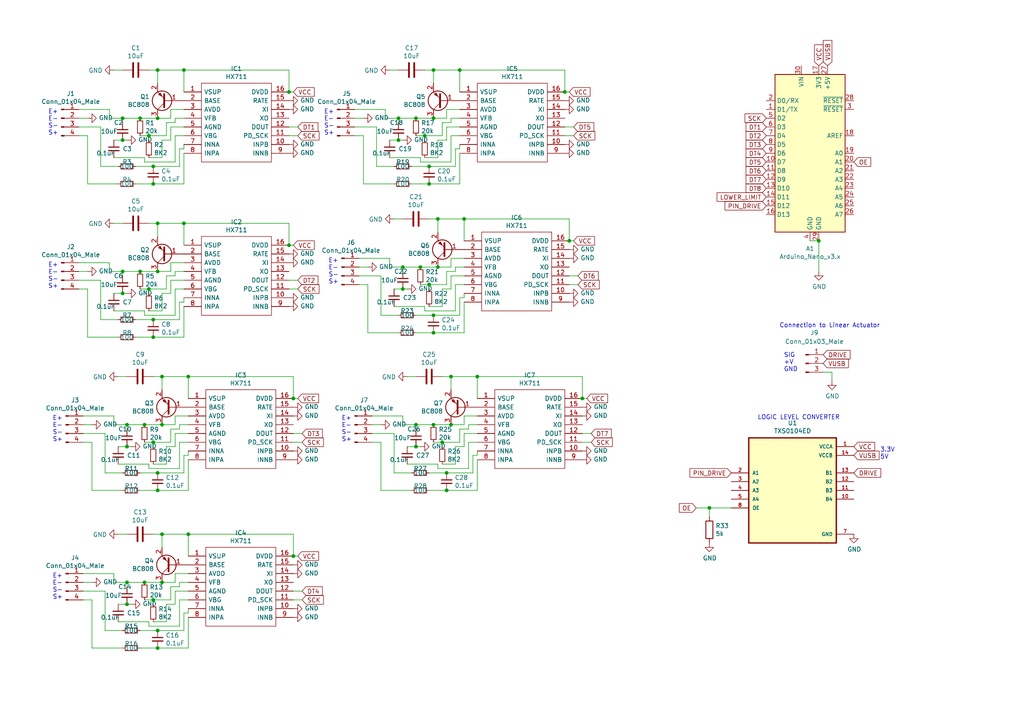
<source format=kicad_sch>
(kicad_sch (version 20230121) (generator eeschema)
  (paper "A4")
  (junction (at 168.91 115.57))
  (junction (at 83.82 71.12))
  (junction (at 125.73 96.52))
  (junction (at 41.91 168.91))
  (junction (at 44.45 48.26))
  (junction (at 44.45 97.79))
  (junction (at 130.81 109.22))
  (junction (at 45.72 182.88))
  (junction (at 165.1 69.85))
  (junction (at 43.18 39.37))
  (junction (at 138.43 109.22))
  (junction (at 124.46 48.26))
  (junction (at 116.84 77.47))
  (junction (at 40.64 78.74))
  (junction (at 36.83 129.54))
  (junction (at 163.83 26.67))
  (junction (at 46.99 123.19))
  (junction (at 125.73 123.19))
  (junction (at 40.64 34.29))
  (junction (at 115.57 34.29))
  (junction (at 85.09 115.57))
  (junction (at 44.45 128.27))
  (junction (at 43.18 83.82))
  (junction (at 85.09 161.29))
  (junction (at 44.45 173.99))
  (junction (at 123.19 39.37))
  (junction (at 130.81 123.19))
  (junction (at 134.62 63.5))
  (junction (at 41.91 123.19))
  (junction (at 45.72 64.77))
  (junction (at 125.73 20.32))
  (junction (at 36.83 168.91))
  (junction (at 129.54 137.16))
  (junction (at 45.72 20.32))
  (junction (at 237.49 69.85))
  (junction (at 83.82 26.67))
  (junction (at 120.65 129.54))
  (junction (at 120.65 123.19))
  (junction (at 54.61 109.22))
  (junction (at 129.54 142.24))
  (junction (at 45.72 34.29))
  (junction (at 45.72 137.16))
  (junction (at 53.34 20.32))
  (junction (at 133.35 20.32))
  (junction (at 35.56 78.74))
  (junction (at 46.99 154.94))
  (junction (at 36.83 123.19))
  (junction (at 115.57 40.64))
  (junction (at 128.27 128.27))
  (junction (at 35.56 85.09))
  (junction (at 35.56 40.64))
  (junction (at 116.84 83.82))
  (junction (at 54.61 154.94))
  (junction (at 36.83 175.26))
  (junction (at 45.72 187.96))
  (junction (at 205.74 147.32))
  (junction (at 53.34 64.77))
  (junction (at 45.72 142.24))
  (junction (at 125.73 91.44))
  (junction (at 120.65 34.29))
  (junction (at 125.73 34.29))
  (junction (at 46.99 109.22))
  (junction (at 44.45 92.71))
  (junction (at 121.92 77.47))
  (junction (at 124.46 82.55))
  (junction (at 127 63.5))
  (junction (at 45.72 78.74))
  (junction (at 35.56 34.29))
  (junction (at 127 77.47))
  (junction (at 46.99 168.91))
  (junction (at 124.46 53.34))
  (junction (at 44.45 53.34))
  (wire (pts (xy 114.3 137.16) (xy 119.38 137.16)))
  (wire (pts (xy 36.83 168.91) (xy 36.83 170.18)))
  (wire (pts (xy 116.84 83.82) (xy 114.3 83.82)))
  (wire (pts (xy 48.26 39.37) (xy 48.26 35.56)))
  (wire (pts (xy 106.68 82.55) (xy 106.68 96.52)))
  (wire (pts (xy 87.63 125.73) (xy 85.09 125.73)))
  (wire (pts (xy 50.8 46.99) (xy 50.8 39.37)))
  (wire (pts (xy 134.62 125.73) (xy 134.62 129.54)))
  (wire (pts (xy 31.75 78.74) (xy 31.75 76.2)))
  (wire (pts (xy 128.27 88.9) (xy 124.46 88.9)))
  (wire (pts (xy 52.07 124.46) (xy 52.07 123.19)))
  (wire (pts (xy 237.49 69.85) (xy 237.49 78.74)))
  (wire (pts (xy 35.56 78.74) (xy 31.75 78.74)))
  (wire (pts (xy 102.87 39.37) (xy 105.41 39.37)))
  (wire (pts (xy 127 77.47) (xy 121.92 77.47)))
  (wire (pts (xy 130.81 35.56) (xy 130.81 34.29)))
  (wire (pts (xy 113.03 77.47) (xy 113.03 74.93)))
  (wire (pts (xy 34.29 180.34) (xy 43.18 180.34)))
  (wire (pts (xy 114.3 125.73) (xy 114.3 137.16)))
  (wire (pts (xy 50.8 120.65) (xy 50.8 123.19)))
  (wire (pts (xy 54.61 176.53) (xy 54.61 177.8)))
  (wire (pts (xy 109.22 36.83) (xy 109.22 48.26)))
  (wire (pts (xy 30.48 182.88) (xy 35.56 182.88)))
  (wire (pts (xy 124.46 82.55) (xy 124.46 83.82)))
  (wire (pts (xy 130.81 39.37) (xy 133.35 39.37)))
  (wire (pts (xy 36.83 129.54) (xy 34.29 129.54)))
  (wire (pts (xy 22.86 39.37) (xy 25.4 39.37)))
  (wire (pts (xy 49.53 78.74) (xy 45.72 78.74)))
  (wire (pts (xy 44.45 48.26) (xy 52.07 48.26)))
  (wire (pts (xy 50.8 34.29) (xy 53.34 34.29)))
  (wire (pts (xy 127 45.72) (xy 123.19 45.72)))
  (wire (pts (xy 134.62 63.5) (xy 127 63.5)))
  (wire (pts (xy 128.27 83.82) (xy 128.27 88.9)))
  (wire (pts (xy 36.83 123.19) (xy 36.83 124.46)))
  (wire (pts (xy 49.53 36.83) (xy 49.53 40.64)))
  (wire (pts (xy 48.26 80.01) (xy 50.8 80.01)))
  (wire (pts (xy 133.35 53.34) (xy 133.35 44.45)))
  (wire (pts (xy 129.54 36.83) (xy 133.35 36.83)))
  (wire (pts (xy 123.19 90.17) (xy 132.08 90.17)))
  (wire (pts (xy 138.43 142.24) (xy 138.43 133.35)))
  (wire (pts (xy 129.54 82.55) (xy 129.54 78.74)))
  (wire (pts (xy 134.62 123.19) (xy 130.81 123.19)))
  (wire (pts (xy 133.35 20.32) (xy 125.73 20.32)))
  (wire (pts (xy 24.13 173.99) (xy 26.67 173.99)))
  (wire (pts (xy 31.75 31.75) (xy 22.86 31.75)))
  (wire (pts (xy 115.57 40.64) (xy 113.03 40.64)))
  (wire (pts (xy 133.35 86.36) (xy 133.35 91.44)))
  (wire (pts (xy 132.08 82.55) (xy 134.62 82.55)))
  (wire (pts (xy 129.54 36.83) (xy 129.54 40.64)))
  (wire (pts (xy 35.56 34.29) (xy 35.56 35.56)))
  (wire (pts (xy 138.43 109.22) (xy 138.43 115.57)))
  (wire (pts (xy 44.45 128.27) (xy 49.53 128.27)))
  (wire (pts (xy 106.68 77.47) (xy 104.14 77.47)))
  (wire (pts (xy 205.74 147.32) (xy 212.09 147.32)))
  (wire (pts (xy 132.08 134.62) (xy 128.27 134.62)))
  (wire (pts (xy 40.64 142.24) (xy 45.72 142.24)))
  (wire (pts (xy 49.53 85.09) (xy 46.99 85.09)))
  (wire (pts (xy 238.76 107.95) (xy 241.3 107.95)))
  (wire (pts (xy 52.07 135.89) (xy 52.07 128.27)))
  (wire (pts (xy 135.89 124.46) (xy 135.89 123.19)))
  (wire (pts (xy 133.35 128.27) (xy 133.35 124.46)))
  (wire (pts (xy 123.19 88.9) (xy 123.19 90.17)))
  (wire (pts (xy 132.08 78.74) (xy 132.08 77.47)))
  (wire (pts (xy 33.02 120.65) (xy 24.13 120.65)))
  (wire (pts (xy 26.67 173.99) (xy 26.67 187.96)))
  (wire (pts (xy 128.27 128.27) (xy 133.35 128.27)))
  (wire (pts (xy 50.8 35.56) (xy 50.8 34.29)))
  (wire (pts (xy 54.61 142.24) (xy 54.61 133.35)))
  (wire (pts (xy 110.49 80.01) (xy 110.49 91.44)))
  (wire (pts (xy 49.53 124.46) (xy 52.07 124.46)))
  (wire (pts (xy 134.62 74.93) (xy 130.81 74.93)))
  (wire (pts (xy 124.46 142.24) (xy 129.54 142.24)))
  (wire (pts (xy 106.68 96.52) (xy 115.57 96.52)))
  (wire (pts (xy 44.45 92.71) (xy 52.07 92.71)))
  (wire (pts (xy 50.8 123.19) (xy 46.99 123.19)))
  (wire (pts (xy 128.27 35.56) (xy 130.81 35.56)))
  (wire (pts (xy 86.36 161.29) (xy 85.09 161.29)))
  (wire (pts (xy 52.07 87.63) (xy 52.07 92.71)))
  (wire (pts (xy 129.54 137.16) (xy 137.16 137.16)))
  (wire (pts (xy 43.18 83.82) (xy 43.18 85.09)))
  (wire (pts (xy 41.91 91.44) (xy 50.8 91.44)))
  (wire (pts (xy 53.34 97.79) (xy 53.34 88.9)))
  (wire (pts (xy 121.92 77.47) (xy 116.84 77.47)))
  (wire (pts (xy 116.84 77.47) (xy 116.84 78.74)))
  (wire (pts (xy 115.57 40.64) (xy 116.84 40.64)))
  (wire (pts (xy 35.56 20.32) (xy 33.02 20.32)))
  (wire (pts (xy 40.64 182.88) (xy 45.72 182.88)))
  (wire (pts (xy 54.61 132.08) (xy 53.34 132.08)))
  (wire (pts (xy 165.1 63.5) (xy 165.1 69.85)))
  (wire (pts (xy 54.61 154.94) (xy 54.61 161.29)))
  (wire (pts (xy 129.54 78.74) (xy 132.08 78.74)))
  (wire (pts (xy 52.07 123.19) (xy 54.61 123.19)))
  (wire (pts (xy 132.08 90.17) (xy 132.08 82.55)))
  (wire (pts (xy 127 63.5) (xy 124.46 63.5)))
  (wire (pts (xy 40.64 78.74) (xy 35.56 78.74)))
  (wire (pts (xy 40.64 39.37) (xy 43.18 39.37)))
  (wire (pts (xy 33.02 166.37) (xy 24.13 166.37)))
  (wire (pts (xy 135.89 135.89) (xy 135.89 128.27)))
  (wire (pts (xy 130.81 109.22) (xy 128.27 109.22)))
  (wire (pts (xy 22.86 36.83) (xy 29.21 36.83)))
  (wire (pts (xy 45.72 137.16) (xy 53.34 137.16)))
  (wire (pts (xy 45.72 142.24) (xy 54.61 142.24)))
  (wire (pts (xy 171.45 125.73) (xy 168.91 125.73)))
  (wire (pts (xy 31.75 34.29) (xy 31.75 31.75)))
  (wire (pts (xy 166.37 36.83) (xy 163.83 36.83)))
  (wire (pts (xy 124.46 48.26) (xy 132.08 48.26)))
  (wire (pts (xy 130.81 34.29) (xy 133.35 34.29)))
  (wire (pts (xy 110.49 91.44) (xy 115.57 91.44)))
  (wire (pts (xy 46.99 109.22) (xy 44.45 109.22)))
  (wire (pts (xy 134.62 120.65) (xy 134.62 123.19)))
  (wire (pts (xy 115.57 34.29) (xy 111.76 34.29)))
  (wire (pts (xy 25.4 39.37) (xy 25.4 53.34)))
  (wire (pts (xy 53.34 64.77) (xy 45.72 64.77)))
  (wire (pts (xy 138.43 109.22) (xy 130.81 109.22)))
  (wire (pts (xy 52.07 43.18) (xy 52.07 48.26)))
  (wire (pts (xy 36.83 129.54) (xy 38.1 129.54)))
  (wire (pts (xy 120.65 129.54) (xy 118.11 129.54)))
  (wire (pts (xy 52.07 168.91) (xy 54.61 168.91)))
  (wire (pts (xy 29.21 48.26) (xy 34.29 48.26)))
  (wire (pts (xy 48.26 134.62) (xy 44.45 134.62)))
  (wire (pts (xy 50.8 78.74) (xy 53.34 78.74)))
  (wire (pts (xy 46.99 123.19) (xy 41.91 123.19)))
  (wire (pts (xy 120.65 39.37) (xy 123.19 39.37)))
  (wire (pts (xy 120.65 123.19) (xy 120.65 124.46)))
  (wire (pts (xy 46.99 168.91) (xy 41.91 168.91)))
  (wire (pts (xy 48.26 180.34) (xy 44.45 180.34)))
  (wire (pts (xy 127 134.62) (xy 127 135.89)))
  (wire (pts (xy 107.95 125.73) (xy 114.3 125.73)))
  (wire (pts (xy 130.81 123.19) (xy 125.73 123.19)))
  (wire (pts (xy 24.13 128.27) (xy 26.67 128.27)))
  (wire (pts (xy 53.34 87.63) (xy 52.07 87.63)))
  (wire (pts (xy 130.81 46.99) (xy 130.81 39.37)))
  (wire (pts (xy 50.8 83.82) (xy 53.34 83.82)))
  (wire (pts (xy 39.37 92.71) (xy 44.45 92.71)))
  (wire (pts (xy 45.72 64.77) (xy 43.18 64.77)))
  (wire (pts (xy 165.1 63.5) (xy 134.62 63.5)))
  (wire (pts (xy 40.64 34.29) (xy 35.56 34.29)))
  (wire (pts (xy 120.65 34.29) (xy 115.57 34.29)))
  (wire (pts (xy 54.61 130.81) (xy 54.61 132.08)))
  (wire (pts (xy 53.34 86.36) (xy 53.34 87.63)))
  (wire (pts (xy 46.99 45.72) (xy 43.18 45.72)))
  (wire (pts (xy 22.86 83.82) (xy 25.4 83.82)))
  (wire (pts (xy 133.35 20.32) (xy 133.35 26.67)))
  (wire (pts (xy 125.73 128.27) (xy 128.27 128.27)))
  (wire (pts (xy 41.91 123.19) (xy 36.83 123.19)))
  (wire (pts (xy 105.41 34.29) (xy 102.87 34.29)))
  (wire (pts (xy 45.72 68.58) (xy 45.72 64.77)))
  (wire (pts (xy 118.11 134.62) (xy 127 134.62)))
  (wire (pts (xy 53.34 20.32) (xy 45.72 20.32)))
  (wire (pts (xy 138.43 132.08) (xy 137.16 132.08)))
  (wire (pts (xy 134.62 63.5) (xy 134.62 69.85)))
  (wire (pts (xy 36.83 123.19) (xy 33.02 123.19)))
  (wire (pts (xy 46.99 40.64) (xy 46.99 45.72)))
  (wire (pts (xy 48.26 35.56) (xy 50.8 35.56)))
  (wire (pts (xy 127 67.31) (xy 127 63.5)))
  (wire (pts (xy 111.76 31.75) (xy 102.87 31.75)))
  (wire (pts (xy 49.53 76.2) (xy 49.53 78.74)))
  (wire (pts (xy 54.61 109.22) (xy 46.99 109.22)))
  (wire (pts (xy 25.4 78.74) (xy 22.86 78.74)))
  (wire (pts (xy 53.34 64.77) (xy 53.34 71.12)))
  (wire (pts (xy 34.29 134.62) (xy 43.18 134.62)))
  (wire (pts (xy 26.67 128.27) (xy 26.67 142.24)))
  (wire (pts (xy 168.91 109.22) (xy 138.43 109.22)))
  (wire (pts (xy 168.91 109.22) (xy 168.91 115.57)))
  (wire (pts (xy 119.38 48.26) (xy 124.46 48.26)))
  (wire (pts (xy 26.67 142.24) (xy 35.56 142.24)))
  (wire (pts (xy 110.49 128.27) (xy 110.49 142.24)))
  (wire (pts (xy 44.45 53.34) (xy 53.34 53.34)))
  (wire (pts (xy 53.34 20.32) (xy 53.34 26.67)))
  (wire (pts (xy 33.02 168.91) (xy 33.02 166.37)))
  (wire (pts (xy 201.93 147.32) (xy 205.74 147.32)))
  (wire (pts (xy 135.89 128.27) (xy 138.43 128.27)))
  (wire (pts (xy 35.56 78.74) (xy 35.56 80.01)))
  (wire (pts (xy 85.09 26.67) (xy 83.82 26.67)))
  (wire (pts (xy 165.1 26.67) (xy 163.83 26.67)))
  (wire (pts (xy 133.35 41.91) (xy 133.35 43.18)))
  (wire (pts (xy 124.46 53.34) (xy 133.35 53.34)))
  (wire (pts (xy 132.08 77.47) (xy 134.62 77.47)))
  (wire (pts (xy 43.18 180.34) (xy 43.18 181.61)))
  (wire (pts (xy 50.8 166.37) (xy 50.8 168.91)))
  (wire (pts (xy 134.62 96.52) (xy 134.62 87.63)))
  (wire (pts (xy 41.91 90.17) (xy 41.91 91.44)))
  (wire (pts (xy 166.37 69.85) (xy 165.1 69.85)))
  (wire (pts (xy 116.84 63.5) (xy 114.3 63.5)))
  (wire (pts (xy 128.27 128.27) (xy 128.27 129.54)))
  (wire (pts (xy 87.63 128.27) (xy 85.09 128.27)))
  (wire (pts (xy 49.53 128.27) (xy 49.53 124.46)))
  (wire (pts (xy 125.73 91.44) (xy 133.35 91.44)))
  (wire (pts (xy 133.35 124.46) (xy 135.89 124.46)))
  (wire (pts (xy 43.18 39.37) (xy 48.26 39.37)))
  (wire (pts (xy 83.82 20.32) (xy 53.34 20.32)))
  (wire (pts (xy 35.56 34.29) (xy 31.75 34.29)))
  (wire (pts (xy 31.75 76.2) (xy 22.86 76.2)))
  (wire (pts (xy 121.92 46.99) (xy 130.81 46.99)))
  (wire (pts (xy 170.18 115.57) (xy 168.91 115.57)))
  (wire (pts (xy 50.8 168.91) (xy 46.99 168.91)))
  (wire (pts (xy 35.56 40.64) (xy 33.02 40.64)))
  (wire (pts (xy 53.34 76.2) (xy 49.53 76.2)))
  (wire (pts (xy 33.02 123.19) (xy 33.02 120.65)))
  (wire (pts (xy 119.38 53.34) (xy 124.46 53.34)))
  (wire (pts (xy 130.81 80.01) (xy 130.81 83.82)))
  (wire (pts (xy 54.61 154.94) (xy 46.99 154.94)))
  (wire (pts (xy 111.76 34.29) (xy 111.76 31.75)))
  (wire (pts (xy 167.64 82.55) (xy 165.1 82.55)))
  (wire (pts (xy 49.53 81.28) (xy 49.53 85.09)))
  (wire (pts (xy 46.99 154.94) (xy 44.45 154.94)))
  (wire (pts (xy 53.34 41.91) (xy 53.34 43.18)))
  (wire (pts (xy 54.61 166.37) (xy 50.8 166.37)))
  (wire (pts (xy 125.73 34.29) (xy 120.65 34.29)))
  (wire (pts (xy 41.91 46.99) (xy 50.8 46.99)))
  (wire (pts (xy 110.49 142.24) (xy 119.38 142.24)))
  (wire (pts (xy 129.54 142.24) (xy 138.43 142.24)))
  (wire (pts (xy 40.64 137.16) (xy 45.72 137.16)))
  (wire (pts (xy 116.84 77.47) (xy 113.03 77.47)))
  (wire (pts (xy 49.53 173.99) (xy 49.53 170.18)))
  (wire (pts (xy 83.82 64.77) (xy 83.82 71.12)))
  (wire (pts (xy 134.62 125.73) (xy 138.43 125.73)))
  (wire (pts (xy 48.26 175.26) (xy 48.26 180.34)))
  (wire (pts (xy 86.36 39.37) (xy 83.82 39.37)))
  (wire (pts (xy 124.46 137.16) (xy 129.54 137.16)))
  (wire (pts (xy 87.63 171.45) (xy 85.09 171.45)))
  (wire (pts (xy 43.18 134.62) (xy 43.18 135.89)))
  (wire (pts (xy 50.8 171.45) (xy 50.8 175.26)))
  (wire (pts (xy 85.09 71.12) (xy 83.82 71.12)))
  (wire (pts (xy 83.82 20.32) (xy 83.82 26.67)))
  (wire (pts (xy 45.72 78.74) (xy 40.64 78.74)))
  (wire (pts (xy 50.8 125.73) (xy 54.61 125.73)))
  (wire (pts (xy 36.83 109.22) (xy 34.29 109.22)))
  (wire (pts (xy 104.14 82.55) (xy 106.68 82.55)))
  (wire (pts (xy 85.09 109.22) (xy 54.61 109.22)))
  (wire (pts (xy 40.64 83.82) (xy 43.18 83.82)))
  (wire (pts (xy 33.02 45.72) (xy 41.91 45.72)))
  (wire (pts (xy 35.56 64.77) (xy 33.02 64.77)))
  (wire (pts (xy 83.82 64.77) (xy 53.34 64.77)))
  (wire (pts (xy 120.65 91.44) (xy 125.73 91.44)))
  (wire (pts (xy 120.65 96.52) (xy 125.73 96.52)))
  (wire (pts (xy 116.84 83.82) (xy 118.11 83.82)))
  (wire (pts (xy 43.18 83.82) (xy 48.26 83.82)))
  (wire (pts (xy 44.45 173.99) (xy 44.45 175.26)))
  (wire (pts (xy 132.08 43.18) (xy 132.08 48.26)))
  (wire (pts (xy 26.67 187.96) (xy 35.56 187.96)))
  (wire (pts (xy 36.83 175.26) (xy 38.1 175.26)))
  (wire (pts (xy 130.81 77.47) (xy 127 77.47)))
  (wire (pts (xy 41.91 128.27) (xy 44.45 128.27)))
  (wire (pts (xy 115.57 34.29) (xy 115.57 35.56)))
  (wire (pts (xy 30.48 125.73) (xy 30.48 137.16)))
  (wire (pts (xy 241.3 107.95) (xy 241.3 110.49)))
  (wire (pts (xy 50.8 39.37) (xy 53.34 39.37)))
  (wire (pts (xy 110.49 123.19) (xy 107.95 123.19)))
  (wire (pts (xy 33.02 90.17) (xy 41.91 90.17)))
  (wire (pts (xy 128.27 39.37) (xy 128.27 35.56)))
  (wire (pts (xy 48.26 129.54) (xy 48.26 134.62)))
  (wire (pts (xy 39.37 53.34) (xy 44.45 53.34)))
  (wire (pts (xy 123.19 39.37) (xy 123.19 40.64)))
  (wire (pts (xy 49.53 81.28) (xy 53.34 81.28)))
  (wire (pts (xy 134.62 129.54) (xy 132.08 129.54)))
  (wire (pts (xy 166.37 39.37) (xy 163.83 39.37)))
  (wire (pts (xy 41.91 168.91) (xy 36.83 168.91)))
  (wire (pts (xy 87.63 173.99) (xy 85.09 173.99)))
  (wire (pts (xy 121.92 45.72) (xy 121.92 46.99)))
  (wire (pts (xy 50.8 171.45) (xy 54.61 171.45)))
  (wire (pts (xy 134.62 86.36) (xy 133.35 86.36)))
  (wire (pts (xy 50.8 175.26) (xy 48.26 175.26)))
  (wire (pts (xy 53.34 31.75) (xy 49.53 31.75)))
  (wire (pts (xy 127 135.89) (xy 135.89 135.89)))
  (wire (pts (xy 86.36 36.83) (xy 83.82 36.83)))
  (wire (pts (xy 116.84 123.19) (xy 116.84 120.65)))
  (wire (pts (xy 50.8 129.54) (xy 48.26 129.54)))
  (wire (pts (xy 36.83 175.26) (xy 34.29 175.26)))
  (wire (pts (xy 35.56 85.09) (xy 33.02 85.09)))
  (wire (pts (xy 35.56 85.09) (xy 36.83 85.09)))
  (wire (pts (xy 113.03 45.72) (xy 121.92 45.72)))
  (wire (pts (xy 50.8 91.44) (xy 50.8 83.82)))
  (wire (pts (xy 50.8 80.01) (xy 50.8 78.74)))
  (wire (pts (xy 130.81 80.01) (xy 134.62 80.01)))
  (wire (pts (xy 105.41 53.34) (xy 114.3 53.34)))
  (wire (pts (xy 113.03 74.93) (xy 104.14 74.93)))
  (wire (pts (xy 40.64 187.96) (xy 45.72 187.96)))
  (wire (pts (xy 46.99 113.03) (xy 46.99 109.22)))
  (wire (pts (xy 130.81 113.03) (xy 130.81 109.22)))
  (wire (pts (xy 29.21 81.28) (xy 29.21 92.71)))
  (wire (pts (xy 85.09 109.22) (xy 85.09 115.57)))
  (wire (pts (xy 125.73 24.13) (xy 125.73 20.32)))
  (wire (pts (xy 120.65 123.19) (xy 116.84 123.19)))
  (wire (pts (xy 29.21 36.83) (xy 29.21 48.26)))
  (wire (pts (xy 35.56 40.64) (xy 36.83 40.64)))
  (wire (pts (xy 39.37 48.26) (xy 44.45 48.26)))
  (wire (pts (xy 49.53 170.18) (xy 52.07 170.18)))
  (wire (pts (xy 115.57 20.32) (xy 113.03 20.32)))
  (wire (pts (xy 114.3 88.9) (xy 123.19 88.9)))
  (wire (pts (xy 125.73 96.52) (xy 134.62 96.52)))
  (wire (pts (xy 26.67 168.91) (xy 24.13 168.91)))
  (wire (pts (xy 53.34 177.8) (xy 53.34 182.88)))
  (wire (pts (xy 25.4 53.34) (xy 34.29 53.34)))
  (wire (pts (xy 53.34 43.18) (xy 52.07 43.18)))
  (wire (pts (xy 132.08 129.54) (xy 132.08 134.62)))
  (wire (pts (xy 129.54 34.29) (xy 125.73 34.29)))
  (wire (pts (xy 53.34 53.34) (xy 53.34 44.45)))
  (wire (pts (xy 44.45 97.79) (xy 53.34 97.79)))
  (wire (pts (xy 109.22 48.26) (xy 114.3 48.26)))
  (wire (pts (xy 163.83 20.32) (xy 133.35 20.32)))
  (wire (pts (xy 54.61 177.8) (xy 53.34 177.8)))
  (wire (pts (xy 120.65 129.54) (xy 121.92 129.54)))
  (wire (pts (xy 120.65 109.22) (xy 118.11 109.22)))
  (wire (pts (xy 48.26 83.82) (xy 48.26 80.01)))
  (wire (pts (xy 24.13 171.45) (xy 30.48 171.45)))
  (wire (pts (xy 54.61 187.96) (xy 54.61 179.07)))
  (wire (pts (xy 50.8 125.73) (xy 50.8 129.54)))
  (wire (pts (xy 45.72 34.29) (xy 40.64 34.29)))
  (wire (pts (xy 49.53 40.64) (xy 46.99 40.64)))
  (wire (pts (xy 102.87 36.83) (xy 109.22 36.83)))
  (wire (pts (xy 52.07 173.99) (xy 54.61 173.99)))
  (wire (pts (xy 129.54 31.75) (xy 129.54 34.29)))
  (wire (pts (xy 36.83 154.94) (xy 34.29 154.94)))
  (wire (pts (xy 107.95 128.27) (xy 110.49 128.27)))
  (wire (pts (xy 52.07 170.18) (xy 52.07 168.91)))
  (wire (pts (xy 45.72 187.96) (xy 54.61 187.96)))
  (wire (pts (xy 134.62 85.09) (xy 134.62 86.36)))
  (wire (pts (xy 135.89 123.19) (xy 138.43 123.19)))
  (wire (pts (xy 49.53 34.29) (xy 45.72 34.29)))
  (wire (pts (xy 43.18 39.37) (xy 43.18 40.64)))
  (wire (pts (xy 85.09 154.94) (xy 85.09 161.29)))
  (wire (pts (xy 45.72 24.13) (xy 45.72 20.32)))
  (wire (pts (xy 127 40.64) (xy 127 45.72)))
  (wire (pts (xy 116.84 120.65) (xy 107.95 120.65)))
  (wire (pts (xy 39.37 97.79) (xy 44.45 97.79)))
  (wire (pts (xy 41.91 173.99) (xy 44.45 173.99)))
  (wire (pts (xy 25.4 97.79) (xy 34.29 97.79)))
  (wire (pts (xy 234.95 69.85) (xy 237.49 69.85)))
  (wire (pts (xy 133.35 31.75) (xy 129.54 31.75)))
  (wire (pts (xy 137.16 132.08) (xy 137.16 137.16)))
  (wire (pts (xy 41.91 45.72) (xy 41.91 46.99)))
  (wire (pts (xy 86.36 115.57) (xy 85.09 115.57)))
  (wire (pts (xy 138.43 130.81) (xy 138.43 132.08)))
  (wire (pts (xy 54.61 120.65) (xy 50.8 120.65)))
  (wire (pts (xy 205.74 149.86) (xy 205.74 147.32)))
  (wire (pts (xy 49.53 36.83) (xy 53.34 36.83)))
  (wire (pts (xy 45.72 20.32) (xy 43.18 20.32)))
  (wire (pts (xy 45.72 182.88) (xy 53.34 182.88)))
  (wire (pts (xy 85.09 154.94) (xy 54.61 154.94)))
  (wire (pts (xy 30.48 137.16) (xy 35.56 137.16)))
  (wire (pts (xy 130.81 83.82) (xy 128.27 83.82)))
  (wire (pts (xy 105.41 39.37) (xy 105.41 53.34)))
  (wire (pts (xy 121.92 82.55) (xy 124.46 82.55)))
  (wire (pts (xy 53.34 132.08) (xy 53.34 137.16)))
  (wire (pts (xy 54.61 109.22) (xy 54.61 115.57)))
  (wire (pts (xy 24.13 125.73) (xy 30.48 125.73)))
  (wire (pts (xy 52.07 128.27) (xy 54.61 128.27)))
  (wire (pts (xy 30.48 171.45) (xy 30.48 182.88)))
  (wire (pts (xy 44.45 128.27) (xy 44.45 129.54)))
  (wire (pts (xy 52.07 181.61) (xy 52.07 173.99)))
  (wire (pts (xy 25.4 83.82) (xy 25.4 97.79)))
  (wire (pts (xy 123.19 39.37) (xy 128.27 39.37)))
  (wire (pts (xy 49.53 31.75) (xy 49.53 34.29)))
  (wire (pts (xy 86.36 81.28) (xy 83.82 81.28)))
  (wire (pts (xy 130.81 74.93) (xy 130.81 77.47)))
  (wire (pts (xy 129.54 40.64) (xy 127 40.64)))
  (wire (pts (xy 46.99 90.17) (xy 43.18 90.17)))
  (wire (pts (xy 43.18 181.61) (xy 52.07 181.61)))
  (wire (pts (xy 22.86 81.28) (xy 29.21 81.28)))
  (wire (pts (xy 36.83 168.91) (xy 33.02 168.91)))
  (wire (pts (xy 25.4 34.29) (xy 22.86 34.29)))
  (wire (pts (xy 29.21 92.71) (xy 34.29 92.71)))
  (wire (pts (xy 44.45 173.99) (xy 49.53 173.99)))
  (wire (pts (xy 133.35 43.18) (xy 132.08 43.18)))
  (wire (pts (xy 125.73 123.19) (xy 120.65 123.19)))
  (wire (pts (xy 124.46 82.55) (xy 129.54 82.55)))
  (wire (pts (xy 43.18 135.89) (xy 52.07 135.89)))
  (wire (pts (xy 26.67 123.19) (xy 24.13 123.19)))
  (wire (pts (xy 46.99 85.09) (xy 46.99 90.17)))
  (wire (pts (xy 104.14 80.01) (xy 110.49 80.01)))
  (wire (pts (xy 167.64 80.01) (xy 165.1 80.01)))
  (wire (pts (xy 86.36 83.82) (xy 83.82 83.82)))
  (wire (pts (xy 171.45 128.27) (xy 168.91 128.27)))
  (wire (pts (xy 138.43 120.65) (xy 134.62 120.65)))
  (wire (pts (xy 125.73 20.32) (xy 123.19 20.32)))
  (wire (pts (xy 46.99 158.75) (xy 46.99 154.94)))
  (wire (pts (xy 163.83 20.32) (xy 163.83 26.67)))
  (text "E+\nE-\nS-\nS+" (at 15.24 128.27 0) (effects (font (size 1.27 1.27)) (justify left bottom)))
  (text "SIG\n+V\nGND" (at 227.33 107.95 0) (effects (font (size 1.27 1.27)) (justify left bottom)))
  (text "E+\nE-\nS-\nS+" (at 13.97 83.82 0) (effects (font (size 1.27 1.27)) (justify left bottom)))
  (text "E+\nE-\nS-\nS+" (at 99.06 128.27 0) (effects (font (size 1.27 1.27)) (justify left bottom)))
  (text "E+\nE-\nS-\nS+" (at 13.97 39.37 0) (effects (font (size 1.27 1.27)) (justify left bottom)))
  (text "E+\nE-\nS-\nS+" (at 93.98 39.37 0) (effects (font (size 1.27 1.27)) (justify left bottom)))
  (text "LOGIC LEVEL CONVERTER" (at 219.71 121.92 0) (effects (font (size 1.27 1.27)) (justify left bottom)))
  (text "E+\nE-\nS-\nS+" (at 95.25 82.55 0) (effects (font (size 1.27 1.27)) (justify left bottom)))
  (text "E+\nE-\nS-\nS+" (at 15.24 173.99 0) (effects (font (size 1.27 1.27)) (justify left bottom)))
  (text "Connection to Linear Actuator" (at 226.06 95.25 0) (effects (font (size 1.27 1.27)) (justify left bottom)))
  (text "3.3V\n5V" (at 255.27 133.35 0) (effects (font (size 1.27 1.27)) (justify left bottom)))
  (global_label "DT2" (shape input) (at 86.36 81.28 0) (property "Intersheetrefs" "${INTERSHEET_REFS}" (effects hide)))
  (global_label "SCK" (shape input) (at 167.64 82.55 0) (property "Intersheetrefs" "${INTERSHEET_REFS}" (effects hide)))
  (global_label "PIN_DRIVE" (shape input) (at 212.09 137.16 180) (property "Intersheetrefs" "${INTERSHEET_REFS}" (effects hide)))
  (global_label "DT5" (shape input) (at 166.37 36.83 0) (property "Intersheetrefs" "${INTERSHEET_REFS}" (effects hide)))
  (global_label "DT3" (shape input) (at 222.25 41.91 180) (property "Intersheetrefs" "${INTERSHEET_REFS}" (effects hide)))
  (global_label "DT1" (shape input) (at 222.25 36.83 180) (property "Intersheetrefs" "${INTERSHEET_REFS}" (effects hide)))
  (global_label "DRIVE" (shape input) (at 247.65 137.16 0) (property "Intersheetrefs" "${INTERSHEET_REFS}" (effects hide)))
  (global_label "VCC" (shape input) (at 247.65 129.54 0) (property "Intersheetrefs" "${INTERSHEET_REFS}" (effects hide)))
  (global_label "DT7" (shape input) (at 171.45 125.73 0) (property "Intersheetrefs" "${INTERSHEET_REFS}" (effects hide)))
  (global_label "DRIVE" (shape input) (at 238.76 102.87 0) (property "Intersheetrefs" "${INTERSHEET_REFS}" (effects hide)))
  (global_label "DT4" (shape input) (at 222.25 44.45 180) (property "Intersheetrefs" "${INTERSHEET_REFS}" (effects hide)))
  (global_label "VCC" (shape input) (at 170.18 115.57 0) (property "Intersheetrefs" "${INTERSHEET_REFS}" (effects hide)))
  (global_label "VCC" (shape input) (at 85.09 71.12 0) (property "Intersheetrefs" "${INTERSHEET_REFS}" (effects hide)))
  (global_label "SCK" (shape input) (at 87.63 128.27 0) (property "Intersheetrefs" "${INTERSHEET_REFS}" (effects hide)))
  (global_label "PIN_DRIVE" (shape input) (at 222.25 59.69 180) (property "Intersheetrefs" "${INTERSHEET_REFS}" (effects hide)))
  (global_label "LOWER_LIMIT" (shape input) (at 222.25 57.15 180) (property "Intersheetrefs" "${INTERSHEET_REFS}" (effects hide)))
  (global_label "SCK" (shape input) (at 86.36 39.37 0) (property "Intersheetrefs" "${INTERSHEET_REFS}" (effects hide)))
  (global_label "DT1" (shape input) (at 86.36 36.83 0) (property "Intersheetrefs" "${INTERSHEET_REFS}" (effects hide)))
  (global_label "DT5" (shape input) (at 222.25 46.99 180) (property "Intersheetrefs" "${INTERSHEET_REFS}" (effects hide)))
  (global_label "DT8" (shape input) (at 222.25 54.61 180) (property "Intersheetrefs" "${INTERSHEET_REFS}" (effects hide)))
  (global_label "VUSB" (shape input) (at 240.03 19.05 90) (property "Intersheetrefs" "${INTERSHEET_REFS}" (effects hide)))
  (global_label "OE" (shape input) (at 201.93 147.32 180) (property "Intersheetrefs" "${INTERSHEET_REFS}" (effects hide)))
  (global_label "SCK" (shape input) (at 87.63 173.99 0) (property "Intersheetrefs" "${INTERSHEET_REFS}" (effects hide)))
  (global_label "VCC" (shape input) (at 86.36 115.57 0) (property "Intersheetrefs" "${INTERSHEET_REFS}" (effects hide)))
  (global_label "VUSB" (shape input) (at 247.65 132.08 0) (property "Intersheetrefs" "${INTERSHEET_REFS}" (effects hide)))
  (global_label "VCC" (shape input) (at 165.1 26.67 0) (property "Intersheetrefs" "${INTERSHEET_REFS}" (effects hide)))
  (global_label "VCC" (shape input) (at 166.37 69.85 0) (property "Intersheetrefs" "${INTERSHEET_REFS}" (effects hide)))
  (global_label "VUSB" (shape input) (at 238.76 105.41 0) (property "Intersheetrefs" "${INTERSHEET_REFS}" (effects hide)))
  (global_label "DT6" (shape input) (at 222.25 49.53 180) (property "Intersheetrefs" "${INTERSHEET_REFS}" (effects hide)))
  (global_label "SCK" (shape input) (at 222.25 34.29 180) (property "Intersheetrefs" "${INTERSHEET_REFS}" (effects hide)))
  (global_label "SCK" (shape input) (at 171.45 128.27 0) (property "Intersheetrefs" "${INTERSHEET_REFS}" (effects hide)))
  (global_label "VCC" (shape input) (at 86.36 161.29 0) (property "Intersheetrefs" "${INTERSHEET_REFS}" (effects hide)))
  (global_label "SCK" (shape input) (at 86.36 83.82 0) (property "Intersheetrefs" "${INTERSHEET_REFS}" (effects hide)))
  (global_label "DT2" (shape input) (at 222.25 39.37 180) (property "Intersheetrefs" "${INTERSHEET_REFS}" (effects hide)))
  (global_label "DT4" (shape input) (at 87.63 171.45 0) (property "Intersheetrefs" "${INTERSHEET_REFS}" (effects hide)))
  (global_label "VCC" (shape input) (at 237.49 19.05 90) (property "Intersheetrefs" "${INTERSHEET_REFS}" (effects hide)))
  (global_label "DT3" (shape input) (at 87.63 125.73 0) (property "Intersheetrefs" "${INTERSHEET_REFS}" (effects hide)))
  (global_label "OE" (shape input) (at 247.65 46.99 0) (property "Intersheetrefs" "${INTERSHEET_REFS}" (effects hide)))
  (global_label "DT6" (shape input) (at 167.64 80.01 0) (property "Intersheetrefs" "${INTERSHEET_REFS}" (effects hide)))
  (global_label "DT7" (shape input) (at 222.25 52.07 180) (property "Intersheetrefs" "${INTERSHEET_REFS}" (effects hide)))
  (global_label "SCK" (shape input) (at 166.37 39.37 0) (property "Intersheetrefs" "${INTERSHEET_REFS}" (effects hide)))
  (global_label "VCC" (shape input) (at 85.09 26.67 0) (property "Intersheetrefs" "${INTERSHEET_REFS}" (effects hide)))
  (symbol (lib_id "MiniTruss-rescue:HX711-HX711") (at 53.34 26.67 0) (unit 1)
    (property "Reference" "IC1" (at 68.58 19.939 0))
    (property "Value" "HX711" (at 68.58 22.2504 0))
    (property "Footprint" "SOIC127P600X160-16N" (effects hide))
    (property "Datasheet" "https://cdn.sparkfun.com/datasheets/Sensors/ForceFlex/hx711_english.pdf" (effects hide))
    (property "Description" "24-Bit Analog-to-Digital Converter (ADC) for Weigh Scale" (effects hide))
    (property "Height" "1.6" (effects hide))
    (property "Manufacturer_Name" "AVIA Semiconductor" (effects hide))
    (property "Manufacturer_Part_Number" "HX711" (effects hide))
  )
  (symbol (lib_id "power:GND") (at 83.82 41.91 90) (unit 1)
    (property "Reference" "#PWR?" (effects hide))
    (property "Value" "GND" (at 87.0712 41.783 90) (effects (justify right)))
  )
  (symbol (lib_id "power:GND") (at 33.02 20.32 270) (unit 1)
    (property "Reference" "#PWR?" (effects hide))
    (property "Value" "GND" (at 29.7688 20.447 90) (effects (justify right)))
  )
  (symbol (lib_id "power:GND") (at 83.82 44.45 90) (unit 1)
    (property "Reference" "#PWR?" (effects hide))
    (property "Value" "GND" (at 87.0712 44.323 90) (effects (justify right)))
  )
  (symbol (lib_id "power:GND") (at 25.4 34.29 90) (unit 1)
    (property "Reference" "#PWR?" (effects hide))
    (property "Value" "GND" (at 28.6512 34.163 90) (effects (justify right)))
  )
  (symbol (lib_id "power:GND") (at 36.83 40.64 90) (unit 1)
    (property "Reference" "#PWR?" (effects hide))
    (property "Value" "GND" (at 40.0812 40.513 90) (effects (justify right)))
  )
  (symbol (lib_id "power:GND") (at 83.82 31.75 90) (unit 1)
    (property "Reference" "#PWR?" (effects hide))
    (property "Value" "GND" (at 87.0712 31.623 90) (effects (justify right)))
  )
  (symbol (lib_id "power:GND") (at 83.82 29.21 90) (unit 1)
    (property "Reference" "#PWR?" (effects hide))
    (property "Value" "GND" (at 87.0712 29.083 90) (effects (justify right)))
  )
  (symbol (lib_id "Device:C") (at 39.37 20.32 270) (unit 1)
    (property "Reference" "C1" (at 39.37 13.9192 90))
    (property "Value" "10uF" (at 39.37 16.2306 90))
  )
  (symbol (lib_id "Transistor_BJT:BC808") (at 48.26 29.21 180) (unit 1)
    (property "Reference" "Q1" (at 43.4086 28.0416 0) (effects (justify left)))
    (property "Value" "BC808" (at 43.4086 30.353 0) (effects (justify left)))
    (property "Footprint" "Package_TO_SOT_SMD:SOT-23" (effects hide))
    (property "Datasheet" "http://www.fairchildsemi.com/ds/BC/BC807.pdf" (effects hide))
  )
  (symbol (lib_id "Device:R_Small") (at 36.83 48.26 270) (unit 1)
    (property "Reference" "R3" (at 36.83 46.99 90))
    (property "Value" "100" (at 36.83 48.26 90))
  )
  (symbol (lib_id "Device:R_Small") (at 36.83 53.34 270) (unit 1)
    (property "Reference" "R4" (at 36.83 52.07 90))
    (property "Value" "100" (at 36.83 53.34 90))
  )
  (symbol (lib_id "Device:R_Small") (at 40.64 36.83 0) (unit 1)
    (property "Reference" "R1" (at 42.1386 35.6616 0) (effects (justify left)))
    (property "Value" "20k" (at 42.1386 37.973 0) (effects (justify left)))
  )
  (symbol (lib_id "Device:R_Small") (at 43.18 43.18 0) (unit 1)
    (property "Reference" "R2" (at 44.6786 42.0116 0) (effects (justify left)))
    (property "Value" "8K2" (at 44.6786 44.323 0) (effects (justify left)))
  )
  (symbol (lib_id "Device:C_Small") (at 35.56 38.1 0) (unit 1)
    (property "Reference" "C2" (at 33.02 35.56 0) (effects (justify left)))
    (property "Value" "10uF" (at 29.21 38.1 0) (effects (justify left)))
  )
  (symbol (lib_id "Device:C_Small") (at 33.02 43.18 0) (unit 1)
    (property "Reference" "C3" (at 35.56 43.18 0) (effects (justify left)))
    (property "Value" "0.1uF" (at 27.94 44.45 0) (effects (justify left)))
  )
  (symbol (lib_id "MiniTruss-rescue:Conn_01x04_Male-Connector") (at 17.78 34.29 0) (unit 1)
    (property "Reference" "J1" (at 20.5232 27.1526 0))
    (property "Value" "Conn_01x04_Male" (at 20.5232 29.464 0))
  )
  (symbol (lib_id "Device:C_Small") (at 44.45 50.8 0) (unit 1)
    (property "Reference" "C4" (at 46.7868 49.6316 0) (effects (justify left)))
    (property "Value" "0.1uF" (at 46.7868 51.943 0) (effects (justify left)))
  )
  (symbol (lib_id "MiniTruss-rescue:Conn_01x04_Male-Connector") (at 97.79 34.29 0) (unit 1)
    (property "Reference" "J5" (at 100.5332 27.1526 0))
    (property "Value" "Conn_01x04_Male" (at 100.5332 29.464 0))
  )
  (symbol (lib_id "Device:C_Small") (at 113.03 43.18 0) (unit 1)
    (property "Reference" "C19" (at 115.57 43.18 0) (effects (justify left)))
    (property "Value" "0.1uF" (at 107.95 44.45 0) (effects (justify left)))
  )
  (symbol (lib_id "Device:C_Small") (at 115.57 38.1 0) (unit 1)
    (property "Reference" "C18" (at 113.03 35.56 0) (effects (justify left)))
    (property "Value" "10uF" (at 109.22 38.1 0) (effects (justify left)))
  )
  (symbol (lib_id "Device:R_Small") (at 123.19 43.18 0) (unit 1)
    (property "Reference" "R18" (at 124.6886 42.0116 0) (effects (justify left)))
    (property "Value" "8K2" (at 124.6886 44.323 0) (effects (justify left)))
  )
  (symbol (lib_id "Device:R_Small") (at 120.65 36.83 0) (unit 1)
    (property "Reference" "R17" (at 122.1486 35.6616 0) (effects (justify left)))
    (property "Value" "20k" (at 122.1486 37.973 0) (effects (justify left)))
  )
  (symbol (lib_id "Device:R_Small") (at 116.84 53.34 270) (unit 1)
    (property "Reference" "R20" (at 116.84 52.07 90))
    (property "Value" "100" (at 116.84 53.34 90))
  )
  (symbol (lib_id "Device:R_Small") (at 116.84 48.26 270) (unit 1)
    (property "Reference" "R19" (at 116.84 46.99 90))
    (property "Value" "100" (at 116.84 48.26 90))
  )
  (symbol (lib_id "Transistor_BJT:BC808") (at 128.27 29.21 180) (unit 1)
    (property "Reference" "Q5" (at 123.4186 28.0416 0) (effects (justify left)))
    (property "Value" "BC808" (at 123.4186 30.353 0) (effects (justify left)))
    (property "Footprint" "Package_TO_SOT_SMD:SOT-23" (effects hide))
    (property "Datasheet" "http://www.fairchildsemi.com/ds/BC/BC807.pdf" (effects hide))
  )
  (symbol (lib_id "Device:C") (at 119.38 20.32 270) (unit 1)
    (property "Reference" "C17" (at 119.38 13.9192 90))
    (property "Value" "10uF" (at 119.38 16.2306 90))
  )
  (symbol (lib_id "power:GND") (at 163.83 29.21 90) (unit 1)
    (property "Reference" "#PWR?" (effects hide))
    (property "Value" "GND" (at 167.0812 29.083 90) (effects (justify right)))
  )
  (symbol (lib_id "power:GND") (at 163.83 31.75 90) (unit 1)
    (property "Reference" "#PWR?" (effects hide))
    (property "Value" "GND" (at 167.0812 31.623 90) (effects (justify right)))
  )
  (symbol (lib_id "power:GND") (at 116.84 40.64 90) (unit 1)
    (property "Reference" "#PWR?" (effects hide))
    (property "Value" "GND" (at 120.0912 40.513 90) (effects (justify right)))
  )
  (symbol (lib_id "power:GND") (at 105.41 34.29 90) (unit 1)
    (property "Reference" "#PWR?" (effects hide))
    (property "Value" "GND" (at 108.6612 34.163 90) (effects (justify right)))
  )
  (symbol (lib_id "power:GND") (at 163.83 44.45 90) (unit 1)
    (property "Reference" "#PWR?" (effects hide))
    (property "Value" "GND" (at 167.0812 44.323 90) (effects (justify right)))
  )
  (symbol (lib_id "power:GND") (at 113.03 20.32 270) (unit 1)
    (property "Reference" "#PWR?" (effects hide))
    (property "Value" "GND" (at 109.7788 20.447 90) (effects (justify right)))
  )
  (symbol (lib_id "power:GND") (at 163.83 41.91 90) (unit 1)
    (property "Reference" "#PWR?" (effects hide))
    (property "Value" "GND" (at 167.0812 41.783 90) (effects (justify right)))
  )
  (symbol (lib_id "MiniTruss-rescue:HX711-HX711") (at 133.35 26.67 0) (unit 1)
    (property "Reference" "IC5" (at 148.59 19.939 0))
    (property "Value" "HX711" (at 148.59 22.2504 0))
    (property "Footprint" "SOIC127P600X160-16N" (effects hide))
    (property "Datasheet" "https://cdn.sparkfun.com/datasheets/Sensors/ForceFlex/hx711_english.pdf" (effects hide))
    (property "Description" "24-Bit Analog-to-Digital Converter (ADC) for Weigh Scale" (effects hide))
    (property "Height" "1.6" (effects hide))
    (property "Manufacturer_Name" "AVIA Semiconductor" (effects hide))
    (property "Manufacturer_Part_Number" "HX711" (effects hide))
  )
  (symbol (lib_id "Device:C_Small") (at 124.46 50.8 0) (unit 1)
    (property "Reference" "C20" (at 126.7968 49.6316 0) (effects (justify left)))
    (property "Value" "0.1uF" (at 126.7968 51.943 0) (effects (justify left)))
  )
  (symbol (lib_id "MiniTruss-rescue:Conn_01x04_Male-Connector") (at 99.06 77.47 0) (unit 1)
    (property "Reference" "J6" (at 101.8032 70.3326 0))
    (property "Value" "Conn_01x04_Male" (at 101.8032 72.644 0))
  )
  (symbol (lib_id "Device:C_Small") (at 114.3 86.36 0) (unit 1)
    (property "Reference" "C23" (at 116.84 86.36 0) (effects (justify left)))
    (property "Value" "0.1uF" (at 109.22 87.63 0) (effects (justify left)))
  )
  (symbol (lib_id "Device:C_Small") (at 116.84 81.28 0) (unit 1)
    (property "Reference" "C22" (at 114.3 78.74 0) (effects (justify left)))
    (property "Value" "10uF" (at 110.49 81.28 0) (effects (justify left)))
  )
  (symbol (lib_id "Device:R_Small") (at 124.46 86.36 0) (unit 1)
    (property "Reference" "R22" (at 125.9586 85.1916 0) (effects (justify left)))
    (property "Value" "8K2" (at 125.9586 87.503 0) (effects (justify left)))
  )
  (symbol (lib_id "Device:R_Small") (at 121.92 80.01 0) (unit 1)
    (property "Reference" "R21" (at 123.4186 78.8416 0) (effects (justify left)))
    (property "Value" "20k" (at 123.4186 81.153 0) (effects (justify left)))
  )
  (symbol (lib_id "Device:R_Small") (at 118.11 96.52 270) (unit 1)
    (property "Reference" "R24" (at 118.11 95.25 90))
    (property "Value" "100" (at 118.11 96.52 90))
  )
  (symbol (lib_id "Device:R_Small") (at 118.11 91.44 270) (unit 1)
    (property "Reference" "R23" (at 118.11 90.17 90))
    (property "Value" "100" (at 118.11 91.44 90))
  )
  (symbol (lib_id "Transistor_BJT:BC808") (at 129.54 72.39 180) (unit 1)
    (property "Reference" "Q6" (at 124.6886 71.2216 0) (effects (justify left)))
    (property "Value" "BC808" (at 124.6886 73.533 0) (effects (justify left)))
    (property "Footprint" "Package_TO_SOT_SMD:SOT-23" (effects hide))
    (property "Datasheet" "http://www.fairchildsemi.com/ds/BC/BC807.pdf" (effects hide))
  )
  (symbol (lib_id "Device:C") (at 120.65 63.5 270) (unit 1)
    (property "Reference" "C21" (at 120.65 57.0992 90))
    (property "Value" "10uF" (at 120.65 59.4106 90))
  )
  (symbol (lib_id "power:GND") (at 165.1 72.39 90) (unit 1)
    (property "Reference" "#PWR?" (effects hide))
    (property "Value" "GND" (at 168.3512 72.263 90) (effects (justify right)))
  )
  (symbol (lib_id "power:GND") (at 165.1 74.93 90) (unit 1)
    (property "Reference" "#PWR?" (effects hide))
    (property "Value" "GND" (at 168.3512 74.803 90) (effects (justify right)))
  )
  (symbol (lib_id "power:GND") (at 118.11 83.82 90) (unit 1)
    (property "Reference" "#PWR?" (effects hide))
    (property "Value" "GND" (at 121.3612 83.693 90) (effects (justify right)))
  )
  (symbol (lib_id "power:GND") (at 106.68 77.47 90) (unit 1)
    (property "Reference" "#PWR?" (effects hide))
    (property "Value" "GND" (at 109.9312 77.343 90) (effects (justify right)))
  )
  (symbol (lib_id "power:GND") (at 165.1 87.63 90) (unit 1)
    (property "Reference" "#PWR?" (effects hide))
    (property "Value" "GND" (at 168.3512 87.503 90) (effects (justify right)))
  )
  (symbol (lib_id "power:GND") (at 114.3 63.5 270) (unit 1)
    (property "Reference" "#PWR?" (effects hide))
    (property "Value" "GND" (at 111.0488 63.627 90) (effects (justify right)))
  )
  (symbol (lib_id "power:GND") (at 165.1 85.09 90) (unit 1)
    (property "Reference" "#PWR?" (effects hide))
    (property "Value" "GND" (at 168.3512 84.963 90) (effects (justify right)))
  )
  (symbol (lib_id "MiniTruss-rescue:HX711-HX711") (at 134.62 69.85 0) (unit 1)
    (property "Reference" "IC6" (at 149.86 63.119 0))
    (property "Value" "HX711" (at 149.86 65.4304 0))
    (property "Footprint" "SOIC127P600X160-16N" (effects hide))
    (property "Datasheet" "https://cdn.sparkfun.com/datasheets/Sensors/ForceFlex/hx711_english.pdf" (effects hide))
    (property "Description" "24-Bit Analog-to-Digital Converter (ADC) for Weigh Scale" (effects hide))
    (property "Height" "1.6" (effects hide))
    (property "Manufacturer_Name" "AVIA Semiconductor" (effects hide))
    (property "Manufacturer_Part_Number" "HX711" (effects hide))
  )
  (symbol (lib_id "Device:C_Small") (at 125.73 93.98 0) (unit 1)
    (property "Reference" "C24" (at 128.0668 92.8116 0) (effects (justify left)))
    (property "Value" "0.1uF" (at 128.0668 95.123 0) (effects (justify left)))
  )
  (symbol (lib_id "MiniTruss-rescue:Conn_01x04_Male-Connector") (at 17.78 78.74 0) (unit 1)
    (property "Reference" "J2" (at 20.5232 71.6026 0))
    (property "Value" "Conn_01x04_Male" (at 20.5232 73.914 0))
  )
  (symbol (lib_id "Device:C_Small") (at 33.02 87.63 0) (unit 1)
    (property "Reference" "C7" (at 35.56 87.63 0) (effects (justify left)))
    (property "Value" "0.1uF" (at 27.94 88.9 0) (effects (justify left)))
  )
  (symbol (lib_id "Device:C_Small") (at 35.56 82.55 0) (unit 1)
    (property "Reference" "C6" (at 33.02 80.01 0) (effects (justify left)))
    (property "Value" "10uF" (at 29.21 82.55 0) (effects (justify left)))
  )
  (symbol (lib_id "Device:R_Small") (at 43.18 87.63 0) (unit 1)
    (property "Reference" "R6" (at 44.6786 86.4616 0) (effects (justify left)))
    (property "Value" "8K2" (at 44.6786 88.773 0) (effects (justify left)))
  )
  (symbol (lib_id "Device:R_Small") (at 40.64 81.28 0) (unit 1)
    (property "Reference" "R5" (at 42.1386 80.1116 0) (effects (justify left)))
    (property "Value" "20k" (at 42.1386 82.423 0) (effects (justify left)))
  )
  (symbol (lib_id "Device:R_Small") (at 36.83 97.79 270) (unit 1)
    (property "Reference" "R8" (at 36.83 96.52 90))
    (property "Value" "100" (at 36.83 97.79 90))
  )
  (symbol (lib_id "Device:R_Small") (at 36.83 92.71 270) (unit 1)
    (property "Reference" "R7" (at 36.83 91.44 90))
    (property "Value" "100" (at 36.83 92.71 90))
  )
  (symbol (lib_id "Transistor_BJT:BC808") (at 48.26 73.66 180) (unit 1)
    (property "Reference" "Q2" (at 43.4086 72.4916 0) (effects (justify left)))
    (property "Value" "BC808" (at 43.4086 74.803 0) (effects (justify left)))
    (property "Footprint" "Package_TO_SOT_SMD:SOT-23" (effects hide))
    (property "Datasheet" "http://www.fairchildsemi.com/ds/BC/BC807.pdf" (effects hide))
  )
  (symbol (lib_id "Device:C") (at 39.37 64.77 270) (unit 1)
    (property "Reference" "C5" (at 39.37 58.3692 90))
    (property "Value" "10uF" (at 39.37 60.6806 90))
  )
  (symbol (lib_id "power:GND") (at 83.82 73.66 90) (unit 1)
    (property "Reference" "#PWR?" (effects hide))
    (property "Value" "GND" (at 87.0712 73.533 90) (effects (justify right)))
  )
  (symbol (lib_id "power:GND") (at 83.82 76.2 90) (unit 1)
    (property "Reference" "#PWR?" (effects hide))
    (property "Value" "GND" (at 87.0712 76.073 90) (effects (justify right)))
  )
  (symbol (lib_id "power:GND") (at 36.83 85.09 90) (unit 1)
    (property "Reference" "#PWR?" (effects hide))
    (property "Value" "GND" (at 40.0812 84.963 90) (effects (justify right)))
  )
  (symbol (lib_id "power:GND") (at 25.4 78.74 90) (unit 1)
    (property "Reference" "#PWR?" (effects hide))
    (property "Value" "GND" (at 28.6512 78.613 90) (effects (justify right)))
  )
  (symbol (lib_id "power:GND") (at 83.82 88.9 90) (unit 1)
    (property "Reference" "#PWR?" (effects hide))
    (property "Value" "GND" (at 87.0712 88.773 90) (effects (justify right)))
  )
  (symbol (lib_id "power:GND") (at 33.02 64.77 270) (unit 1)
    (property "Reference" "#PWR?" (effects hide))
    (property "Value" "GND" (at 29.7688 64.897 90) (effects (justify right)))
  )
  (symbol (lib_id "power:GND") (at 83.82 86.36 90) (unit 1)
    (property "Reference" "#PWR?" (effects hide))
    (property "Value" "GND" (at 87.0712 86.233 90) (effects (justify right)))
  )
  (symbol (lib_id "MiniTruss-rescue:HX711-HX711") (at 53.34 71.12 0) (unit 1)
    (property "Reference" "IC2" (at 68.58 64.389 0))
    (property "Value" "HX711" (at 68.58 66.7004 0))
    (property "Footprint" "SOIC127P600X160-16N" (effects hide))
    (property "Datasheet" "https://cdn.sparkfun.com/datasheets/Sensors/ForceFlex/hx711_english.pdf" (effects hide))
    (property "Description" "24-Bit Analog-to-Digital Converter (ADC) for Weigh Scale" (effects hide))
    (property "Height" "1.6" (effects hide))
    (property "Manufacturer_Name" "AVIA Semiconductor" (effects hide))
    (property "Manufacturer_Part_Number" "HX711" (effects hide))
  )
  (symbol (lib_id "Device:C_Small") (at 44.45 95.25 0) (unit 1)
    (property "Reference" "C8" (at 46.7868 94.0816 0) (effects (justify left)))
    (property "Value" "0.1uF" (at 46.7868 96.393 0) (effects (justify left)))
  )
  (symbol (lib_id "MiniTruss-rescue:Conn_01x04_Male-Connector") (at 19.05 123.19 0) (unit 1)
    (property "Reference" "J3" (at 21.7932 116.0526 0))
    (property "Value" "Conn_01x04_Male" (at 21.7932 118.364 0))
  )
  (symbol (lib_id "Device:C_Small") (at 34.29 132.08 0) (unit 1)
    (property "Reference" "C11" (at 36.83 132.08 0) (effects (justify left)))
    (property "Value" "0.1uF" (at 29.21 133.35 0) (effects (justify left)))
  )
  (symbol (lib_id "Device:C_Small") (at 36.83 127 0) (unit 1)
    (property "Reference" "C10" (at 34.29 124.46 0) (effects (justify left)))
    (property "Value" "10uF" (at 30.48 127 0) (effects (justify left)))
  )
  (symbol (lib_id "Device:R_Small") (at 44.45 132.08 0) (unit 1)
    (property "Reference" "R10" (at 45.9486 130.9116 0) (effects (justify left)))
    (property "Value" "8K2" (at 45.9486 133.223 0) (effects (justify left)))
  )
  (symbol (lib_id "Device:R_Small") (at 41.91 125.73 0) (unit 1)
    (property "Reference" "R9" (at 43.4086 124.5616 0) (effects (justify left)))
    (property "Value" "20k" (at 43.4086 126.873 0) (effects (justify left)))
  )
  (symbol (lib_id "Device:R_Small") (at 38.1 142.24 270) (unit 1)
    (property "Reference" "R12" (at 38.1 140.97 90))
    (property "Value" "100" (at 38.1 142.24 90))
  )
  (symbol (lib_id "Device:R_Small") (at 38.1 137.16 270) (unit 1)
    (property "Reference" "R11" (at 38.1 135.89 90))
    (property "Value" "100" (at 38.1 137.16 90))
  )
  (symbol (lib_id "Transistor_BJT:BC808") (at 49.53 118.11 180) (unit 1)
    (property "Reference" "Q3" (at 44.6786 116.9416 0) (effects (justify left)))
    (property "Value" "BC808" (at 44.6786 119.253 0) (effects (justify left)))
    (property "Footprint" "Package_TO_SOT_SMD:SOT-23" (effects hide))
    (property "Datasheet" "http://www.fairchildsemi.com/ds/BC/BC807.pdf" (effects hide))
  )
  (symbol (lib_id "Device:C") (at 40.64 109.22 270) (unit 1)
    (property "Reference" "C9" (at 40.64 102.8192 90))
    (property "Value" "10uF" (at 40.64 105.1306 90))
  )
  (symbol (lib_id "power:GND") (at 85.09 118.11 90) (unit 1)
    (property "Reference" "#PWR?" (effects hide))
    (property "Value" "GND" (at 88.3412 117.983 90) (effects (justify right)))
  )
  (symbol (lib_id "power:GND") (at 85.09 120.65 90) (unit 1)
    (property "Reference" "#PWR?" (effects hide))
    (property "Value" "GND" (at 88.3412 120.523 90) (effects (justify right)))
  )
  (symbol (lib_id "power:GND") (at 38.1 129.54 90) (unit 1)
    (property "Reference" "#PWR?" (effects hide))
    (property "Value" "GND" (at 41.3512 129.413 90) (effects (justify right)))
  )
  (symbol (lib_id "power:GND") (at 26.67 123.19 90) (unit 1)
    (property "Reference" "#PWR?" (effects hide))
    (property "Value" "GND" (at 29.9212 123.063 90) (effects (justify right)))
  )
  (symbol (lib_id "power:GND") (at 85.09 133.35 90) (unit 1)
    (property "Reference" "#PWR?" (effects hide))
    (property "Value" "GND" (at 88.3412 133.223 90) (effects (justify right)))
  )
  (symbol (lib_id "power:GND") (at 34.29 109.22 270) (unit 1)
    (property "Reference" "#PWR?" (effects hide))
    (property "Value" "GND" (at 31.0388 109.347 90) (effects (justify right)))
  )
  (symbol (lib_id "power:GND") (at 85.09 130.81 90) (unit 1)
    (property "Reference" "#PWR?" (effects hide))
    (property "Value" "GND" (at 88.3412 130.683 90) (effects (justify right)))
  )
  (symbol (lib_id "MiniTruss-rescue:HX711-HX711") (at 54.61 115.57 0) (unit 1)
    (property "Reference" "IC3" (at 69.85 108.839 0))
    (property "Value" "HX711" (at 69.85 111.1504 0))
    (property "Footprint" "SOIC127P600X160-16N" (effects hide))
    (property "Datasheet" "https://cdn.sparkfun.com/datasheets/Sensors/ForceFlex/hx711_english.pdf" (effects hide))
    (property "Description" "24-Bit Analog-to-Digital Converter (ADC) for Weigh Scale" (effects hide))
    (property "Height" "1.6" (effects hide))
    (property "Manufacturer_Name" "AVIA Semiconductor" (effects hide))
    (property "Manufacturer_Part_Number" "HX711" (effects hide))
  )
  (symbol (lib_id "Device:C_Small") (at 45.72 139.7 0) (unit 1)
    (property "Reference" "C12" (at 48.0568 138.5316 0) (effects (justify left)))
    (property "Value" "0.1uF" (at 48.0568 140.843 0) (effects (justify left)))
  )
  (symbol (lib_id "MiniTruss-rescue:Conn_01x04_Male-Connector") (at 19.05 168.91 0) (unit 1)
    (property "Reference" "J4" (at 21.7932 161.7726 0))
    (property "Value" "Conn_01x04_Male" (at 21.7932 164.084 0))
  )
  (symbol (lib_id "Device:C_Small") (at 34.29 177.8 0) (unit 1)
    (property "Reference" "C15" (at 36.83 177.8 0) (effects (justify left)))
    (property "Value" "0.1uF" (at 29.21 179.07 0) (effects (justify left)))
  )
  (symbol (lib_id "Device:C_Small") (at 36.83 172.72 0) (unit 1)
    (property "Reference" "C14" (at 34.29 170.18 0) (effects (justify left)))
    (property "Value" "10uF" (at 30.48 172.72 0) (effects (justify left)))
  )
  (symbol (lib_id "Device:R_Small") (at 44.45 177.8 0) (unit 1)
    (property "Reference" "R14" (at 45.9486 176.6316 0) (effects (justify left)))
    (property "Value" "8K2" (at 45.9486 178.943 0) (effects (justify left)))
  )
  (symbol (lib_id "Device:R_Small") (at 41.91 171.45 0) (unit 1)
    (property "Reference" "R13" (at 43.4086 170.2816 0) (effects (justify left)))
    (property "Value" "20k" (at 43.4086 172.593 0) (effects (justify left)))
  )
  (symbol (lib_id "Device:R_Small") (at 38.1 187.96 270) (unit 1)
    (property "Reference" "R16" (at 38.1 186.69 90))
    (property "Value" "100" (at 38.1 187.96 90))
  )
  (symbol (lib_id "Device:R_Small") (at 38.1 182.88 270) (unit 1)
    (property "Reference" "R15" (at 38.1 181.61 90))
    (property "Value" "100" (at 38.1 182.88 90))
  )
  (symbol (lib_id "Transistor_BJT:BC808") (at 49.53 163.83 180) (unit 1)
    (property "Reference" "Q4" (at 44.6786 162.6616 0) (effects (justify left)))
    (property "Value" "BC808" (at 44.6786 164.973 0) (effects (justify left)))
    (property "Footprint" "Package_TO_SOT_SMD:SOT-23" (effects hide))
    (property "Datasheet" "http://www.fairchildsemi.com/ds/BC/BC807.pdf" (effects hide))
  )
  (symbol (lib_id "Device:C") (at 40.64 154.94 270) (unit 1)
    (property "Reference" "C13" (at 40.64 148.5392 90))
    (property "Value" "10uF" (at 40.64 150.8506 90))
  )
  (symbol (lib_id "power:GND") (at 85.09 163.83 90) (unit 1)
    (property "Reference" "#PWR?" (effects hide))
    (property "Value" "GND" (at 88.3412 163.703 90) (effects (justify right)))
  )
  (symbol (lib_id "power:GND") (at 85.09 166.37 90) (unit 1)
    (property "Reference" "#PWR?" (effects hide))
    (property "Value" "GND" (at 88.3412 166.243 90) (effects (justify right)))
  )
  (symbol (lib_id "power:GND") (at 38.1 175.26 90) (unit 1)
    (property "Reference" "#PWR?" (effects hide))
    (property "Value" "GND" (at 41.3512 175.133 90) (effects (justify right)))
  )
  (symbol (lib_id "power:GND") (at 26.67 168.91 90) (unit 1)
    (property "Reference" "#PWR?" (effects hide))
    (property "Value" "GND" (at 29.9212 168.783 90) (effects (justify right)))
  )
  (symbol (lib_id "power:GND") (at 85.09 179.07 90) (unit 1)
    (property "Reference" "#PWR?" (effects hide))
    (property "Value" "GND" (at 88.3412 178.943 90) (effects (justify right)))
  )
  (symbol (lib_id "power:GND") (at 34.29 154.94 270) (unit 1)
    (property "Reference" "#PWR?" (effects hide))
    (property "Value" "GND" (at 31.0388 155.067 90) (effects (justify right)))
  )
  (symbol (lib_id "power:GND") (at 85.09 176.53 90) (unit 1)
    (property "Reference" "#PWR?" (effects hide))
    (property "Value" "GND" (at 88.3412 176.403 90) (effects (justify right)))
  )
  (symbol (lib_id "MiniTruss-rescue:HX711-HX711") (at 54.61 161.29 0) (unit 1)
    (property "Reference" "IC4" (at 69.85 154.559 0))
    (property "Value" "HX711" (at 69.85 156.8704 0))
    (property "Footprint" "SOIC127P600X160-16N" (effects hide))
    (property "Datasheet" "https://cdn.sparkfun.com/datasheets/Sensors/ForceFlex/hx711_english.pdf" (effects hide))
    (property "Description" "24-Bit Analog-to-Digital Converter (ADC) for Weigh Scale" (effects hide))
    (property "Height" "1.6" (effects hide))
    (property "Manufacturer_Name" "AVIA Semiconductor" (effects hide))
    (property "Manufacturer_Part_Number" "HX711" (effects hide))
  )
  (symbol (lib_id "Device:C_Small") (at 45.72 185.42 0) (unit 1)
    (property "Reference" "C16" (at 48.0568 184.2516 0) (effects (justify left)))
    (property "Value" "0.1uF" (at 48.0568 186.563 0) (effects (justify left)))
  )
  (symbol (lib_id "MiniTruss-rescue:Conn_01x04_Male-Connector") (at 102.87 123.19 0) (unit 1)
    (property "Reference" "J7" (at 105.6132 116.0526 0))
    (property "Value" "Conn_01x04_Male" (at 105.6132 118.364 0))
  )
  (symbol (lib_id "Device:C_Small") (at 118.11 132.08 0) (unit 1)
    (property "Reference" "C27" (at 120.65 132.08 0) (effects (justify left)))
    (property "Value" "0.1uF" (at 113.03 133.35 0) (effects (justify left)))
  )
  (symbol (lib_id "Device:C_Small") (at 120.65 127 0) (unit 1)
    (property "Reference" "C26" (at 118.11 124.46 0) (effects (justify left)))
    (property "Value" "10uF" (at 114.3 127 0) (effects (justify left)))
  )
  (symbol (lib_id "Device:R_Small") (at 128.27 132.08 0) (unit 1)
    (property "Reference" "R26" (at 129.7686 130.9116 0) (effects (justify left)))
    (property "Value" "8K2" (at 129.7686 133.223 0) (effects (justify left)))
  )
  (symbol (lib_id "Device:R_Small") (at 125.73 125.73 0) (unit 1)
    (property "Reference" "R25" (at 127.2286 124.5616 0) (effects (justify left)))
    (property "Value" "20k" (at 127.2286 126.873 0) (effects (justify left)))
  )
  (symbol (lib_id "Device:R_Small") (at 121.92 142.24 270) (unit 1)
    (property "Reference" "R28" (at 121.92 140.97 90))
    (property "Value" "100" (at 121.92 142.24 90))
  )
  (symbol (lib_id "Device:R_Small") (at 121.92 137.16 270) (unit 1)
    (property "Reference" "R27" (at 121.92 135.89 90))
    (property "Value" "100" (at 121.92 137.16 90))
  )
  (symbol (lib_id "Transistor_BJT:BC808") (at 133.35 118.11 180) (unit 1)
    (property "Reference" "Q7" (at 128.4986 116.9416 0) (effects (justify left)))
    (property "Value" "BC808" (at 128.4986 119.253 0) (effects (justify left)))
    (property "Footprint" "Package_TO_SOT_SMD:SOT-23" (effects hide))
    (property "Datasheet" "http://www.fairchildsemi.com/ds/BC/BC807.pdf" (effects hide))
  )
  (symbol (lib_id "Device:C") (at 124.46 109.22 270) (unit 1)
    (property "Reference" "C25" (at 124.46 102.8192 90))
    (property "Value" "10uF" (at 124.46 105.1306 90))
  )
  (symbol (lib_id "power:GND") (at 168.91 118.11 90) (unit 1)
    (property "Reference" "#PWR?" (effects hide))
    (property "Value" "GND" (at 172.1612 117.983 90) (effects (justify right)))
  )
  (symbol (lib_id "power:GND") (at 168.91 120.65 90) (unit 1)
    (property "Reference" "#PWR?" (effects hide))
    (property "Value" "GND" (at 172.1612 120.523 90) (effects (justify right)))
  )
  (symbol (lib_id "power:GND") (at 121.92 129.54 90) (unit 1)
    (property "Reference" "#PWR?" (effects hide))
    (property "Value" "GND" (at 125.1712 129.413 90) (effects (justify right)))
  )
  (symbol (lib_id "power:GND") (at 110.49 123.19 90) (unit 1)
    (property "Reference" "#PWR?" (effects hide))
    (property "Value" "GND" (at 113.7412 123.063 90) (effects (justify right)))
  )
  (symbol (lib_id "power:GND") (at 168.91 133.35 90) (unit 1)
    (property "Reference" "#PWR?" (effects hide))
    (property "Value" "GND" (at 172.1612 133.223 90) (effects (justify right)))
  )
  (symbol (lib_id "power:GND") (at 118.11 109.22 270) (unit 1)
    (property "Reference" "#PWR?" (effects hide))
    (property "Value" "GND" (at 114.8588 109.347 90) (effects (justify right)))
  )
  (symbol (lib_id "power:GND") (at 168.91 130.81 90) (unit 1)
    (property "Reference" "#PWR?" (effects hide))
    (property "Value" "GND" (at 172.1612 130.683 90) (effects (justify right)))
  )
  (symbol (lib_id "MiniTruss-rescue:HX711-HX711") (at 138.43 115.57 0) (unit 1)
    (property "Reference" "IC7" (at 153.67 108.839 0))
    (property "Value" "HX711" (at 153.67 111.1504 0))
    (property "Footprint" "SOIC127P600X160-16N" (effects hide))
    (property "Datasheet" "https://cdn.sparkfun.com/datasheets/Sensors/ForceFlex/hx711_english.pdf" (effects hide))
    (property "Description" "24-Bit Analog-to-Digital Converter (ADC) for Weigh Scale" (effects hide))
    (property "Height" "1.6" (effects hide))
    (property "Manufacturer_Name" "AVIA Semiconductor" (effects hide))
    (property "Manufacturer_Part_Number" "HX711" (effects hide))
  )
  (symbol (lib_id "Device:C_Small") (at 129.54 139.7 0) (unit 1)
    (property "Reference" "C28" (at 131.8768 138.5316 0) (effects (justify left)))
    (property "Value" "0.1uF" (at 131.8768 140.843 0) (effects (justify left)))
  )
  (symbol (lib_id "MCU_Module:Arduino_Nano_v3.x") (at 234.95 44.45 0) (unit 1)
    (property "Reference" "A1" (at 234.95 72.1106 0))
    (property "Value" "Arduino_Nano_v3.x" (at 234.95 74.422 0))
    (property "Footprint" "Module:Arduino_Nano" (effects hide))
    (property "Datasheet" "http://www.mouser.com/pdfdocs/Gravitech_Arduino_Nano3_0.pdf" (effects hide))
  )
  (symbol (lib_id "power:GND") (at 237.49 78.74 0) (unit 1)
    (property "Reference" "#PWR?" (effects hide))
    (property "Value" "GND" (at 237.617 83.1342 0))
  )
  (symbol (lib_id "MiniTruss-rescue:Conn_01x03_Male-Connector") (at 233.68 105.41 0) (unit 1)
    (property "Reference" "J9" (at 236.22 96.52 0))
    (property "Value" "Conn_01x03_Male" (at 236.22 99.06 0))
  )
  (symbol (lib_id "power:GND") (at 241.3 110.49 0) (unit 1)
    (property "Reference" "#PWR?" (effects hide))
    (property "Value" "GND" (at 241.427 114.8842 0))
  )
  (symbol (lib_id "MiniTruss-rescue:TXS0104ED-TXS0104ED") (at 229.87 142.24 0) (unit 1)
    (property "Reference" "U1" (at 229.87 122.682 0))
    (property "Value" "TXS0104ED" (at 229.87 124.9934 0))
    (property "Footprint" "SOIC127P600X175-14N" (effects hide))
  )
  (symbol (lib_id "power:GND") (at 247.65 154.94 0) (unit 1)
    (property "Reference" "#PWR?" (effects hide))
    (property "Value" "GND" (at 247.777 159.3342 0))
  )
  (symbol (lib_id "Device:R") (at 205.74 153.67 0) (unit 1)
    (property "Reference" "R33" (at 207.518 152.5016 0) (effects (justify left)))
    (property "Value" "5k" (at 207.518 154.813 0) (effects (justify left)))
  )
  (symbol (lib_id "power:GND") (at 205.74 157.48 0) (unit 1)
    (property "Reference" "#PWR?" (effects hide))
    (property "Value" "GND" (at 205.867 161.8742 0))
  )
)
</source>
